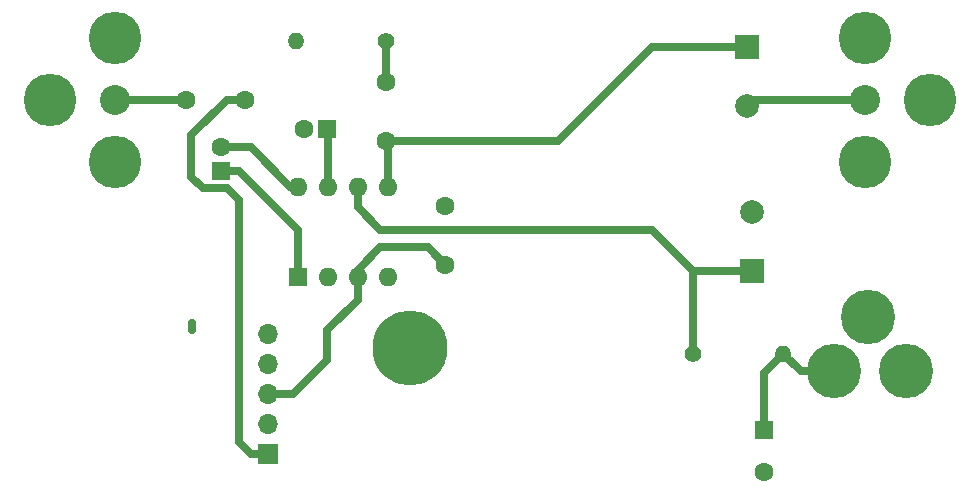
<source format=gbr>
G04 #@! TF.FileFunction,Copper,L1,Top,Signal*
%FSLAX46Y46*%
G04 Gerber Fmt 4.6, Leading zero omitted, Abs format (unit mm)*
G04 Created by KiCad (PCBNEW 4.0.5) date 05/06/17 16:29:45*
%MOMM*%
%LPD*%
G01*
G04 APERTURE LIST*
%ADD10C,0.150000*%
%ADD11R,2.000000X2.000000*%
%ADD12C,2.000000*%
%ADD13R,1.600000X1.600000*%
%ADD14C,1.600000*%
%ADD15C,6.350000*%
%ADD16C,1.400000*%
%ADD17O,1.400000X1.400000*%
%ADD18C,4.445000*%
%ADD19C,2.540000*%
%ADD20O,1.600000X1.600000*%
%ADD21R,1.700000X1.700000*%
%ADD22O,1.700000X1.700000*%
%ADD23C,4.600000*%
%ADD24C,0.635000*%
G04 APERTURE END LIST*
D10*
D11*
X62520000Y-25012400D03*
D12*
X62520000Y-20012400D03*
D13*
X63520000Y-38512400D03*
D14*
X63520000Y-42012400D03*
D13*
X17520000Y-16512400D03*
D14*
X17520000Y-14512400D03*
D15*
X33520000Y-31512400D03*
D16*
X57520000Y-32012400D03*
D17*
X65140000Y-32012400D03*
D11*
X62020000Y-6012400D03*
D12*
X62020000Y-11012400D03*
D18*
X3008200Y-10512400D03*
X8520000Y-15757500D03*
X8520000Y-5267300D03*
D19*
X8520000Y-10512400D03*
D18*
X77531800Y-10512400D03*
X72020000Y-5267300D03*
X72020000Y-15757500D03*
D19*
X72020000Y-10512400D03*
D16*
X31520000Y-5512400D03*
D17*
X23900000Y-5512400D03*
D13*
X24020000Y-25512400D03*
D20*
X31640000Y-17892400D03*
X26560000Y-25512400D03*
X29100000Y-17892400D03*
X29100000Y-25512400D03*
X26560000Y-17892400D03*
X31640000Y-25512400D03*
X24020000Y-17892400D03*
D14*
X14520000Y-10512400D03*
X19520000Y-10512400D03*
X31520000Y-14012400D03*
X31520000Y-9012400D03*
D21*
X21520000Y-40512400D03*
D22*
X21520000Y-37972400D03*
X21520000Y-35432400D03*
X21520000Y-32892400D03*
X21520000Y-30352400D03*
D13*
X26520000Y-13012400D03*
D14*
X24520000Y-13012400D03*
X36520000Y-24512400D03*
X36520000Y-19512400D03*
D23*
X75520000Y-33512400D03*
X69420000Y-33512400D03*
X72320000Y-28912400D03*
D24*
X15100000Y-30012400D02*
X15100000Y-29432400D01*
X63520000Y-38512400D02*
X63520000Y-33632400D01*
X63520000Y-33632400D02*
X65140000Y-32012400D01*
X69420000Y-33512400D02*
X66640000Y-33512400D01*
X66640000Y-33512400D02*
X65140000Y-32012400D01*
X31520000Y-9012400D02*
X31520000Y-5512400D01*
X8520000Y-10512400D02*
X14520000Y-10512400D01*
X72020000Y-10512400D02*
X62520000Y-10512400D01*
X62520000Y-10512400D02*
X62020000Y-11012400D01*
X19520000Y-10512400D02*
X18020000Y-10512400D01*
X20020000Y-40512400D02*
X21520000Y-40512400D01*
X19020000Y-39512400D02*
X20020000Y-40512400D01*
X19020000Y-19012400D02*
X19020000Y-39512400D01*
X18020000Y-18012400D02*
X19020000Y-19012400D01*
X16020000Y-18012400D02*
X18020000Y-18012400D01*
X15020000Y-17012400D02*
X16020000Y-18012400D01*
X15020000Y-13512400D02*
X15020000Y-17012400D01*
X18020000Y-10512400D02*
X15020000Y-13512400D01*
X31520000Y-14012400D02*
X46020000Y-14012400D01*
X54020000Y-6012400D02*
X62020000Y-6012400D01*
X46020000Y-14012400D02*
X54020000Y-6012400D01*
X31640000Y-17892400D02*
X31640000Y-14132400D01*
X31640000Y-14132400D02*
X31520000Y-14012400D01*
X29100000Y-25512400D02*
X29100000Y-24932400D01*
X29100000Y-24932400D02*
X31020000Y-23012400D01*
X35020000Y-23012400D02*
X36520000Y-24512400D01*
X31020000Y-23012400D02*
X35020000Y-23012400D01*
X21520000Y-35432400D02*
X23600000Y-35432400D01*
X29100000Y-27432400D02*
X29100000Y-25512400D01*
X26520000Y-30012400D02*
X29100000Y-27432400D01*
X26520000Y-32512400D02*
X26520000Y-30012400D01*
X23600000Y-35432400D02*
X26520000Y-32512400D01*
X26560000Y-17892400D02*
X26560000Y-13052400D01*
X26560000Y-13052400D02*
X26520000Y-13012400D01*
X57520000Y-32012400D02*
X57520000Y-25012400D01*
X29100000Y-17892400D02*
X29100000Y-19592400D01*
X57520000Y-25012400D02*
X62520000Y-25012400D01*
X54020000Y-21512400D02*
X57520000Y-25012400D01*
X31020000Y-21512400D02*
X54020000Y-21512400D01*
X29100000Y-19592400D02*
X31020000Y-21512400D01*
X17520000Y-16512400D02*
X19020000Y-16512400D01*
X24020000Y-21512400D02*
X24020000Y-25512400D01*
X19020000Y-16512400D02*
X24020000Y-21512400D01*
X24020000Y-17892400D02*
X23400000Y-17892400D01*
X23400000Y-17892400D02*
X20020000Y-14512400D01*
X20020000Y-14512400D02*
X17520000Y-14512400D01*
M02*

</source>
